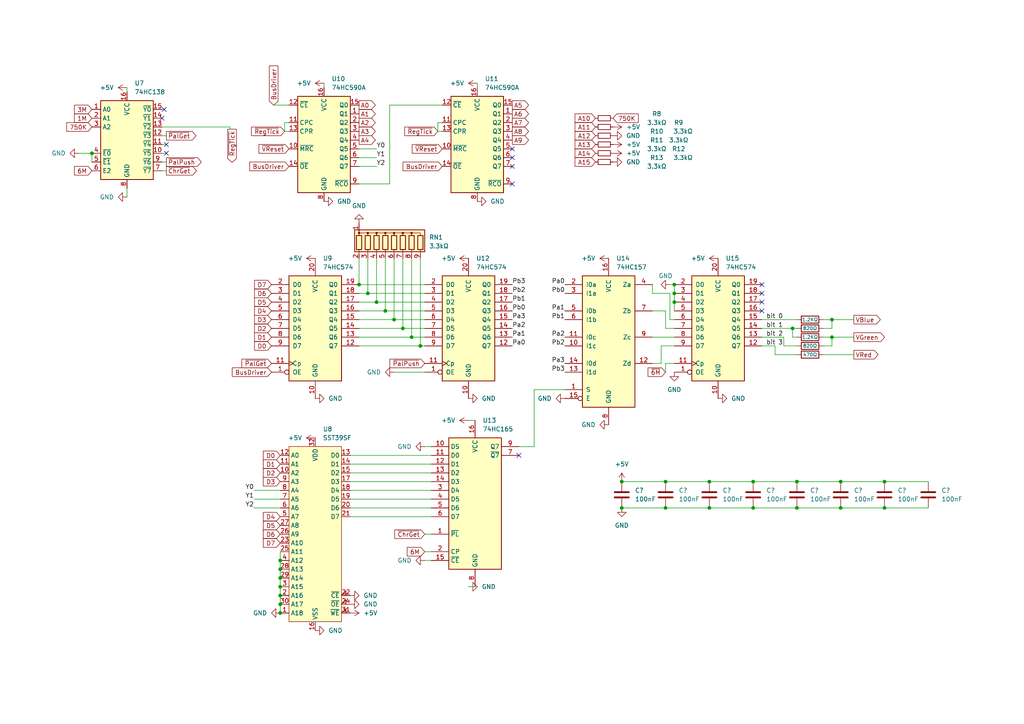
<source format=kicad_sch>
(kicad_sch (version 20230121) (generator eeschema)
  (paper "A4")
  (title_block (title "Video"))
  (lib_symbols
    (symbol "74xx:74HC138"
      (property "Reference" "U" (at -7.62 13.97 0))
      (property "Value" "74HC138" (at 2.54 -11.43 0))
      (symbol "74HC138_0_1"
        (rectangle (start -7.62 12.7) (end 7.62 -10.16) (stroke (width 0.254)) (fill (type background)))
      )
      (symbol "74HC138_1_1"
        (pin input line (at -10.16 10.16 0) (length 2.54) (name "A0") (number "1"))
        (pin output line (at 10.16 -2.54 180) (length 2.54) (name "~{Y5}") (number "10"))
        (pin output line (at 10.16 0 180) (length 2.54) (name "~{Y4}") (number "11"))
        (pin output line (at 10.16 2.54 180) (length 2.54) (name "~{Y3}") (number "12"))
        (pin output line (at 10.16 5.08 180) (length 2.54) (name "~{Y2}") (number "13"))
        (pin output line (at 10.16 7.62 180) (length 2.54) (name "~{Y1}") (number "14"))
        (pin output line (at 10.16 10.16 180) (length 2.54) (name "~{Y0}") (number "15"))
        (pin power_in line (at 0 15.24 270) (length 2.54) (name "VCC") (number "16"))
        (pin input line (at -10.16 7.62 0) (length 2.54) (name "A1") (number "2"))
        (pin input line (at -10.16 5.08 0) (length 2.54) (name "A2") (number "3"))
        (pin input line (at -10.16 -2.54 0) (length 2.54) (name "~{E0}") (number "4"))
        (pin input line (at -10.16 -5.08 0) (length 2.54) (name "~{E1}") (number "5"))
        (pin input line (at -10.16 -7.62 0) (length 2.54) (name "E2") (number "6"))
        (pin output line (at 10.16 -7.62 180) (length 2.54) (name "~{Y7}") (number "7"))
        (pin power_in line (at 0 -12.7 90) (length 2.54) (name "GND") (number "8"))
        (pin output line (at 10.16 -5.08 180) (length 2.54) (name "~{Y6}") (number "9"))
      )
    )
    (symbol "74xx:74HC165"
      (property "Reference" "U" (at -7.62 19.05 0))
      (property "Value" "74HC165" (at -7.62 -21.59 0))
      (symbol "74HC165_1_0"
        (pin input line (at -12.7 -10.16 0) (length 5.08) (name "~{PL}") (number "1"))
        (pin input line (at -12.7 15.24 0) (length 5.08) (name "DS") (number "10"))
        (pin input line (at -12.7 12.7 0) (length 5.08) (name "D0") (number "11"))
        (pin input line (at -12.7 10.16 0) (length 5.08) (name "D1") (number "12"))
        (pin input line (at -12.7 7.62 0) (length 5.08) (name "D2") (number "13"))
        (pin input line (at -12.7 5.08 0) (length 5.08) (name "D3") (number "14"))
        (pin input line (at -12.7 -17.78 0) (length 5.08) (name "~{CE}") (number "15"))
        (pin power_in line (at 0 22.86 270) (length 5.08) (name "VCC") (number "16"))
        (pin input line (at -12.7 -15.24 0) (length 5.08) (name "CP") (number "2"))
        (pin input line (at -12.7 2.54 0) (length 5.08) (name "D4") (number "3"))
        (pin input line (at -12.7 0 0) (length 5.08) (name "D5") (number "4"))
        (pin input line (at -12.7 -2.54 0) (length 5.08) (name "D6") (number "5"))
        (pin input line (at -12.7 -5.08 0) (length 5.08) (name "D7") (number "6"))
        (pin output line (at 12.7 12.7 180) (length 5.08) (name "~{Q7}") (number "7"))
        (pin power_in line (at 0 -25.4 90) (length 5.08) (name "GND") (number "8"))
        (pin output line (at 12.7 15.24 180) (length 5.08) (name "Q7") (number "9"))
      )
      (symbol "74HC165_1_1"
        (rectangle (start -7.62 17.78) (end 7.62 -20.32) (stroke (width 0.254)) (fill (type background)))
      )
    )
    (symbol "74xx:74HC590A"
      (property "Reference" "U" (at -7.62 16.51 0))
      (property "Value" "74HC590A" (at -7.62 -13.97 0))
      (symbol "74HC590A_1_0"
        (pin tri_state line (at 10.16 10.16 180) (length 2.54) (name "Q1") (number "1"))
        (pin input line (at -10.16 0 0) (length 2.54) (name "~{MRC}") (number "10"))
        (pin input line (at -10.16 7.62 0) (length 2.54) (name "CPC") (number "11"))
        (pin input line (at -10.16 12.7 0) (length 2.54) (name "~{CE}") (number "12"))
        (pin input line (at -10.16 5.08 0) (length 2.54) (name "CPR") (number "13"))
        (pin input line (at -10.16 -5.08 0) (length 2.54) (name "~{OE}") (number "14"))
        (pin tri_state line (at 10.16 12.7 180) (length 2.54) (name "Q0") (number "15"))
        (pin power_in line (at 0 17.78 270) (length 2.54) (name "VCC") (number "16"))
        (pin tri_state line (at 10.16 7.62 180) (length 2.54) (name "Q2") (number "2"))
        (pin tri_state line (at 10.16 5.08 180) (length 2.54) (name "Q3") (number "3"))
        (pin tri_state line (at 10.16 2.54 180) (length 2.54) (name "Q4") (number "4"))
        (pin tri_state line (at 10.16 0 180) (length 2.54) (name "Q5") (number "5"))
        (pin tri_state line (at 10.16 -2.54 180) (length 2.54) (name "Q6") (number "6"))
        (pin tri_state line (at 10.16 -5.08 180) (length 2.54) (name "Q7") (number "7"))
        (pin power_in line (at 0 -15.24 90) (length 2.54) (name "GND") (number "8"))
        (pin output line (at 10.16 -10.16 180) (length 2.54) (name "~{RCO}") (number "9"))
      )
      (symbol "74HC590A_1_1"
        (rectangle (start -7.62 15.24) (end 7.62 -12.7) (stroke (width 0.254)) (fill (type background)))
      )
    )
    (symbol "74xx:74HCT574" (pin_names (offset 1.016))
      (property "Reference" "U" (at -7.62 16.51 0))
      (property "Value" "74HCT574" (at -7.62 -16.51 0))
      (symbol "74HCT574_1_0"
        (pin input inverted (at -12.7 -12.7 0) (length 5.08) (name "OE") (number "1"))
        (pin power_in line (at 0 -20.32 90) (length 5.08) (name "GND") (number "10"))
        (pin input clock (at -12.7 -10.16 0) (length 5.08) (name "Cp") (number "11"))
        (pin tri_state line (at 12.7 -5.08 180) (length 5.08) (name "Q7") (number "12"))
        (pin tri_state line (at 12.7 -2.54 180) (length 5.08) (name "Q6") (number "13"))
        (pin tri_state line (at 12.7 0 180) (length 5.08) (name "Q5") (number "14"))
        (pin tri_state line (at 12.7 2.54 180) (length 5.08) (name "Q4") (number "15"))
        (pin tri_state line (at 12.7 5.08 180) (length 5.08) (name "Q3") (number "16"))
        (pin tri_state line (at 12.7 7.62 180) (length 5.08) (name "Q2") (number "17"))
        (pin tri_state line (at 12.7 10.16 180) (length 5.08) (name "Q1") (number "18"))
        (pin tri_state line (at 12.7 12.7 180) (length 5.08) (name "Q0") (number "19"))
        (pin input line (at -12.7 12.7 0) (length 5.08) (name "D0") (number "2"))
        (pin power_in line (at 0 20.32 270) (length 5.08) (name "VCC") (number "20"))
        (pin input line (at -12.7 10.16 0) (length 5.08) (name "D1") (number "3"))
        (pin input line (at -12.7 7.62 0) (length 5.08) (name "D2") (number "4"))
        (pin input line (at -12.7 5.08 0) (length 5.08) (name "D3") (number "5"))
        (pin input line (at -12.7 2.54 0) (length 5.08) (name "D4") (number "6"))
        (pin input line (at -12.7 0 0) (length 5.08) (name "D5") (number "7"))
        (pin input line (at -12.7 -2.54 0) (length 5.08) (name "D6") (number "8"))
        (pin input line (at -12.7 -5.08 0) (length 5.08) (name "D7") (number "9"))
      )
      (symbol "74HCT574_1_1"
        (rectangle (start -7.62 15.24) (end 7.62 -15.24) (stroke (width 0.254)) (fill (type background)))
      )
    )
    (symbol "74xx:74LS157" (pin_names (offset 1.016))
      (property "Reference" "U" (at -7.62 19.05 0))
      (property "Value" "74LS157" (at -7.62 -21.59 0))
      (symbol "74LS157_1_0"
        (pin input line (at -12.7 -15.24 0) (length 5.08) (name "S") (number "1"))
        (pin input line (at -12.7 -2.54 0) (length 5.08) (name "I1c") (number "10"))
        (pin input line (at -12.7 0 0) (length 5.08) (name "I0c") (number "11"))
        (pin output line (at 12.7 -7.62 180) (length 5.08) (name "Zd") (number "12"))
        (pin input line (at -12.7 -10.16 0) (length 5.08) (name "I1d") (number "13"))
        (pin input line (at -12.7 -7.62 0) (length 5.08) (name "I0d") (number "14"))
        (pin input inverted (at -12.7 -17.78 0) (length 5.08) (name "E") (number "15"))
        (pin power_in line (at 0 22.86 270) (length 5.08) (name "VCC") (number "16"))
        (pin input line (at -12.7 15.24 0) (length 5.08) (name "I0a") (number "2"))
        (pin input line (at -12.7 12.7 0) (length 5.08) (name "I1a") (number "3"))
        (pin output line (at 12.7 15.24 180) (length 5.08) (name "Za") (number "4"))
        (pin input line (at -12.7 7.62 0) (length 5.08) (name "I0b") (number "5"))
        (pin input line (at -12.7 5.08 0) (length 5.08) (name "I1b") (number "6"))
        (pin output line (at 12.7 7.62 180) (length 5.08) (name "Zb") (number "7"))
        (pin power_in line (at 0 -25.4 90) (length 5.08) (name "GND") (number "8"))
        (pin output line (at 12.7 0 180) (length 5.08) (name "Zc") (number "9"))
      )
      (symbol "74LS157_1_1"
        (rectangle (start -7.62 17.78) (end 7.62 -20.32) (stroke (width 0.254)) (fill (type background)))
      )
    )
    (symbol "Device:C" (pin_numbers hide) (pin_names (offset 0.254))
      (property "Reference" "C" (at 0.635 2.54 0))
      (property "Value" "C" (at 0.635 -2.54 0))
      (symbol "C_0_1"
        (polyline (pts (xy -2.032 -0.762) (xy 2.032 -0.762)) (stroke (width 0.508)))
        (polyline (pts (xy -2.032 0.762) (xy 2.032 0.762)) (stroke (width 0.508)))
      )
      (symbol "C_1_1"
        (pin passive line (at 0 3.81 270) (length 2.794) (name "~") (number "1"))
        (pin passive line (at 0 -3.81 90) (length 2.794) (name "~") (number "2"))
      )
    )
    (symbol "Device:R" (pin_numbers hide) (pin_names (offset 0))
      (property "Reference" "R" (at 2.032 0 90))
      (property "Value" "R" (at 0 0 90))
      (symbol "R_0_1"
        (rectangle (start -1.016 -2.54) (end 1.016 2.54) (stroke (width 0.254)))
      )
      (symbol "R_1_1"
        (pin passive line (at 0 3.81 270) (length 1.27) (name "~") (number "1"))
        (pin passive line (at 0 -3.81 90) (length 1.27) (name "~") (number "2"))
      )
    )
    (symbol "Device:R_Network08" (pin_names (offset 0) hide)
      (property "Reference" "RN" (at -12.7 0 90))
      (property "Value" "R_Network08" (at 10.16 0 90))
      (symbol "R_Network08_0_1"
        (rectangle (start -11.43 -3.175) (end 8.89 3.175) (stroke (width 0.254)) (fill (type background)))
        (rectangle (start -10.922 1.524) (end -9.398 -2.54) (stroke (width 0.254)))
        (circle (center -10.16 2.286) (radius 0.254) (fill (type outline)))
        (rectangle (start -8.382 1.524) (end -6.858 -2.54) (stroke (width 0.254)))
        (circle (center -7.62 2.286) (radius 0.254) (fill (type outline)))
        (rectangle (start -5.842 1.524) (end -4.318 -2.54) (stroke (width 0.254)))
        (circle (center -5.08 2.286) (radius 0.254) (fill (type outline)))
        (rectangle (start -3.302 1.524) (end -1.778 -2.54) (stroke (width 0.254)))
        (circle (center -2.54 2.286) (radius 0.254) (fill (type outline)))
        (rectangle (start -0.762 1.524) (end 0.762 -2.54) (stroke (width 0.254)))
        (polyline (pts (xy -10.16 -2.54) (xy -10.16 -3.81)))
        (polyline (pts (xy -7.62 -2.54) (xy -7.62 -3.81)))
        (polyline (pts (xy -5.08 -2.54) (xy -5.08 -3.81)))
        (polyline (pts (xy -2.54 -2.54) (xy -2.54 -3.81)))
        (polyline (pts (xy 0 -2.54) (xy 0 -3.81)))
        (polyline (pts (xy 2.54 -2.54) (xy 2.54 -3.81)))
        (polyline (pts (xy 5.08 -2.54) (xy 5.08 -3.81)))
        (polyline (pts (xy 7.62 -2.54) (xy 7.62 -3.81)))
        (polyline (pts (xy -10.16 1.524) (xy -10.16 2.286) (xy -7.62 2.286) (xy -7.62 1.524)))
        (polyline (pts (xy -7.62 1.524) (xy -7.62 2.286) (xy -5.08 2.286) (xy -5.08 1.524)))
        (polyline (pts (xy -5.08 1.524) (xy -5.08 2.286) (xy -2.54 2.286) (xy -2.54 1.524)))
        (polyline (pts (xy -2.54 1.524) (xy -2.54 2.286) (xy 0 2.286) (xy 0 1.524)))
        (polyline (pts (xy 0 1.524) (xy 0 2.286) (xy 2.54 2.286) (xy 2.54 1.524)))
        (polyline (pts (xy 2.54 1.524) (xy 2.54 2.286) (xy 5.08 2.286) (xy 5.08 1.524)))
        (polyline (pts (xy 5.08 1.524) (xy 5.08 2.286) (xy 7.62 2.286) (xy 7.62 1.524)))
        (circle (center 0 2.286) (radius 0.254) (fill (type outline)))
        (rectangle (start 1.778 1.524) (end 3.302 -2.54) (stroke (width 0.254)))
        (circle (center 2.54 2.286) (radius 0.254) (fill (type outline)))
        (rectangle (start 4.318 1.524) (end 5.842 -2.54) (stroke (width 0.254)))
        (circle (center 5.08 2.286) (radius 0.254) (fill (type outline)))
        (rectangle (start 6.858 1.524) (end 8.382 -2.54) (stroke (width 0.254)))
      )
      (symbol "R_Network08_1_1"
        (pin passive line (at -10.16 5.08 270) (length 2.54) (name "common") (number "1"))
        (pin passive line (at -10.16 -5.08 90) (length 1.27) (name "R1") (number "2"))
        (pin passive line (at -7.62 -5.08 90) (length 1.27) (name "R2") (number "3"))
        (pin passive line (at -5.08 -5.08 90) (length 1.27) (name "R3") (number "4"))
        (pin passive line (at -2.54 -5.08 90) (length 1.27) (name "R4") (number "5"))
        (pin passive line (at 0 -5.08 90) (length 1.27) (name "R5") (number "6"))
        (pin passive line (at 2.54 -5.08 90) (length 1.27) (name "R6") (number "7"))
        (pin passive line (at 5.08 -5.08 90) (length 1.27) (name "R7") (number "8"))
        (pin passive line (at 7.62 -5.08 90) (length 1.27) (name "R8") (number "9"))
      )
    )
    (symbol "Device:R_Small" (pin_numbers hide) (pin_names (offset 0.254) hide)
      (property "Reference" "R" (at 0.762 0.508 0))
      (property "Value" "R_Small" (at 0.762 -1.016 0))
      (symbol "R_Small_0_1"
        (rectangle (start -0.762 1.778) (end 0.762 -1.778) (stroke (width 0.2032)))
      )
      (symbol "R_Small_1_1"
        (pin passive line (at 0 2.54 270) (length 0.762) (name "~") (number "1"))
        (pin passive line (at 0 -2.54 90) (length 0.762) (name "~") (number "2"))
      )
    )
    (symbol "Memory_Lib:SST39SF040"
      (property "Reference" "U" (at 11.43 54.61 0))
      (property "Value" "SST39SF040" (at 19.05 52.07 0))
      (symbol "SST39SF040_1_1"
        (rectangle (start 0 50.8) (end 15.24 0) (fill (type background)))
        (pin input line (at -2.54 2.54 0) (length 2.54) (name "A18") (number "1"))
        (pin input line (at -2.54 43.18 0) (length 2.54) (name "A2") (number "10"))
        (pin input line (at -2.54 45.72 0) (length 2.54) (name "A1") (number "11"))
        (pin input line (at -2.54 48.26 0) (length 2.54) (name "A0") (number "12"))
        (pin bidirectional line (at 17.78 48.26 180) (length 2.54) (name "D0") (number "13"))
        (pin bidirectional line (at 17.78 45.72 180) (length 2.54) (name "D1") (number "14"))
        (pin bidirectional line (at 17.78 43.18 180) (length 2.54) (name "D2") (number "15"))
        (pin power_in line (at 7.62 -2.54 90) (length 2.54) (name "VSS") (number "16"))
        (pin bidirectional line (at 17.78 40.64 180) (length 2.54) (name "D3") (number "17"))
        (pin bidirectional line (at 17.78 38.1 180) (length 2.54) (name "D4") (number "18"))
        (pin bidirectional line (at 17.78 35.56 180) (length 2.54) (name "D5") (number "19"))
        (pin input line (at -2.54 7.62 0) (length 2.54) (name "A16") (number "2"))
        (pin bidirectional line (at 17.78 33.02 180) (length 2.54) (name "D6") (number "20"))
        (pin bidirectional line (at 17.78 30.48 180) (length 2.54) (name "D7") (number "21"))
        (pin input input_low (at 17.78 7.62 180) (length 2.54) (name "~{CE}") (number "22"))
        (pin input line (at -2.54 22.86 0) (length 2.54) (name "A10") (number "23"))
        (pin input input_low (at 17.78 5.08 180) (length 2.54) (name "~{OE}") (number "24"))
        (pin input line (at -2.54 20.32 0) (length 2.54) (name "A11") (number "25"))
        (pin input line (at -2.54 25.4 0) (length 2.54) (name "A9") (number "26"))
        (pin input line (at -2.54 27.94 0) (length 2.54) (name "A8") (number "27"))
        (pin input line (at -2.54 15.24 0) (length 2.54) (name "A13") (number "28"))
        (pin input line (at -2.54 12.7 0) (length 2.54) (name "A14") (number "29"))
        (pin input line (at -2.54 10.16 0) (length 2.54) (name "A15") (number "3"))
        (pin input line (at -2.54 5.08 0) (length 2.54) (name "A17") (number "30"))
        (pin input input_low (at 17.78 2.54 180) (length 2.54) (name "~{WE}") (number "31"))
        (pin power_in line (at 7.62 53.34 270) (length 2.54) (name "VDD") (number "32"))
        (pin input line (at -2.54 17.78 0) (length 2.54) (name "A12") (number "4"))
        (pin input line (at -2.54 30.48 0) (length 2.54) (name "A7") (number "5"))
        (pin input line (at -2.54 33.02 0) (length 2.54) (name "A6") (number "6"))
        (pin input line (at -2.54 35.56 0) (length 2.54) (name "A5") (number "7"))
        (pin input line (at -2.54 38.1 0) (length 2.54) (name "A4") (number "8"))
        (pin input line (at -2.54 40.64 0) (length 2.54) (name "A3") (number "9"))
      )
    )
    (symbol "power:+5V" (power) (pin_names (offset 0))
      (property "Value" "+5V" (at 0 3.556 0))
      (symbol "+5V_0_1"
        (polyline (pts (xy -0.762 1.27) (xy 0 2.54)))
        (polyline (pts (xy 0 0) (xy 0 2.54)))
        (polyline (pts (xy 0 2.54) (xy 0.762 1.27)))
      )
      (symbol "+5V_1_1"
        (pin power_in line (at 0 0 90) (length 0) hide (name "+5V") (number "1"))
      )
    )
    (symbol "power:GND" (power) (pin_names (offset 0))
      (property "Value" "GND" (at 0 -3.81 0))
      (symbol "GND_0_1"
        (polyline (pts (xy 0 0) (xy 0 -1.27) (xy 1.27 -1.27) (xy 0 -2.54) (xy -1.27 -1.27) (xy 0 -1.27)))
      )
      (symbol "GND_1_1"
        (pin power_in line (at 0 0 270) (length 0) hide (name "GND") (number "1"))
      )
    )
  )
  (junction (at 81.28 177.8))
  (junction (at 195.58 82.55))
  (junction (at 243.84 147.32))
  (junction (at 104.14 82.55))
  (junction (at 81.28 170.18))
  (junction (at 81.28 165.1))
  (junction (at 241.3 92.71))
  (junction (at 81.28 162.56))
  (junction (at 256.54 147.32))
  (junction (at 205.74 147.32))
  (junction (at 231.14 139.7))
  (junction (at 205.74 139.7))
  (junction (at 81.28 175.26))
  (junction (at 218.44 139.7))
  (junction (at 114.3 92.71))
  (junction (at 256.54 139.7))
  (junction (at 81.28 167.64))
  (junction (at 121.92 100.33))
  (junction (at 111.76 90.17))
  (junction (at 241.3 97.79))
  (junction (at 81.28 172.72))
  (junction (at 180.34 139.7))
  (junction (at 218.44 147.32))
  (junction (at 116.84 95.25))
  (junction (at 180.34 147.32))
  (junction (at 231.14 147.32))
  (junction (at 195.58 87.63))
  (junction (at 193.04 147.32))
  (junction (at 195.58 85.09))
  (junction (at 109.22 87.63))
  (junction (at 119.38 97.79))
  (junction (at 26.67 44.45))
  (junction (at 243.84 139.7))
  (junction (at 106.68 85.09))
  (junction (at 193.04 139.7))
  (junction (at 229.87 95.25))
  (no_connect (at 220.98 90.17))
  (no_connect (at 220.98 85.09))
  (no_connect (at 48.26 41.91))
  (no_connect (at 220.98 87.63))
  (no_connect (at 220.98 82.55))
  (no_connect (at 148.59 53.34))
  (no_connect (at 148.59 43.18))
  (no_connect (at 148.59 45.72))
  (no_connect (at 47.625 31.75))
  (no_connect (at 150.495 132.08))
  (no_connect (at 46.99 34.29))
  (no_connect (at 48.26 44.45))
  (no_connect (at 148.59 48.26))
  (wire (pts (xy 194.31 85.09) (xy 194.31 92.71)))
  (wire (pts (xy 195.58 82.55) (xy 195.58 85.09)))
  (wire (pts (xy 193.04 107.95) (xy 193.04 105.41)))
  (wire (pts (xy 81.28 160.02) (xy 81.28 162.56)))
  (wire (pts (xy 138.43 24.13) (xy 138.43 25.4)))
  (wire (pts (xy 218.44 147.32) (xy 231.14 147.32)))
  (wire (pts (xy 104.14 53.34) (xy 113.03 53.34)))
  (wire (pts (xy 231.14 97.79) (xy 229.87 97.79)))
  (wire (pts (xy 243.84 147.32) (xy 256.54 147.32)))
  (wire (pts (xy 106.68 85.09) (xy 104.14 85.09)))
  (wire (pts (xy 111.76 74.93) (xy 111.76 90.17)))
  (wire (pts (xy 238.76 95.25) (xy 241.3 95.25)))
  (wire (pts (xy 189.23 105.41) (xy 191.77 105.41)))
  (wire (pts (xy 111.76 90.17) (xy 104.14 90.17)))
  (wire (pts (xy 180.34 147.32) (xy 193.04 147.32)))
  (wire (pts (xy 125.095 154.94) (xy 123.19 154.94)))
  (wire (pts (xy 81.28 172.72) (xy 81.28 175.26)))
  (wire (pts (xy 66.675 36.83) (xy 46.99 36.83)))
  (wire (pts (xy 189.23 85.09) (xy 194.31 85.09)))
  (wire (pts (xy 121.92 100.33) (xy 104.14 100.33)))
  (wire (pts (xy 189.23 82.55) (xy 189.23 85.09)))
  (wire (pts (xy 218.44 139.7) (xy 231.14 139.7)))
  (wire (pts (xy 123.19 107.95) (xy 114.3 107.95)))
  (wire (pts (xy 238.76 92.71) (xy 241.3 92.71)))
  (wire (pts (xy 193.04 139.7) (xy 205.74 139.7)))
  (wire (pts (xy 101.6 149.86) (xy 125.095 149.86)))
  (wire (pts (xy 241.3 97.79) (xy 247.65 97.79)))
  (wire (pts (xy 195.58 87.63) (xy 195.58 90.17)))
  (wire (pts (xy 123.19 90.17) (xy 111.76 90.17)))
  (wire (pts (xy 101.6 144.78) (xy 125.095 144.78)))
  (wire (pts (xy 81.28 162.56) (xy 81.28 165.1)))
  (wire (pts (xy 227.33 100.33) (xy 231.14 100.33)))
  (wire (pts (xy 81.28 167.64) (xy 81.28 170.18)))
  (wire (pts (xy 66.675 37.465) (xy 67.31 37.465)))
  (wire (pts (xy 154.94 129.54) (xy 154.94 113.03)))
  (wire (pts (xy 81.28 165.1) (xy 81.28 167.64)))
  (wire (pts (xy 101.6 132.08) (xy 125.095 132.08)))
  (wire (pts (xy 191.77 100.33) (xy 195.58 100.33)))
  (wire (pts (xy 22.86 44.45) (xy 26.67 44.45)))
  (wire (pts (xy 195.58 95.25) (xy 193.04 95.25)))
  (wire (pts (xy 123.19 82.55) (xy 104.14 82.55)))
  (wire (pts (xy 125.095 162.56) (xy 123.19 162.56)))
  (wire (pts (xy 116.84 74.93) (xy 116.84 95.25)))
  (wire (pts (xy 220.98 92.71) (xy 231.14 92.71)))
  (wire (pts (xy 189.23 90.17) (xy 193.04 90.17)))
  (wire (pts (xy 79.375 30.48) (xy 83.82 30.48)))
  (wire (pts (xy 127 38.1) (xy 128.27 38.1)))
  (wire (pts (xy 154.94 113.03) (xy 163.83 113.03)))
  (wire (pts (xy 101.6 139.7) (xy 125.095 139.7)))
  (wire (pts (xy 73.66 147.32) (xy 81.28 147.32)))
  (wire (pts (xy 227.33 97.79) (xy 227.33 100.33)))
  (wire (pts (xy 109.22 43.18) (xy 104.14 43.18)))
  (wire (pts (xy 123.19 100.33) (xy 121.92 100.33)))
  (wire (pts (xy 81.28 175.26) (xy 81.28 177.8)))
  (wire (pts (xy 114.3 92.71) (xy 104.14 92.71)))
  (wire (pts (xy 180.34 139.7) (xy 193.04 139.7)))
  (wire (pts (xy 231.14 147.32) (xy 243.84 147.32)))
  (wire (pts (xy 125.095 129.54) (xy 123.19 129.54)))
  (wire (pts (xy 104.14 74.93) (xy 104.14 82.55)))
  (wire (pts (xy 220.98 97.79) (xy 227.33 97.79)))
  (wire (pts (xy 123.19 97.79) (xy 119.38 97.79)))
  (wire (pts (xy 106.68 74.93) (xy 106.68 85.09)))
  (wire (pts (xy 137.795 121.92) (xy 135.89 121.92)))
  (wire (pts (xy 241.3 92.71) (xy 241.3 95.25)))
  (wire (pts (xy 191.77 105.41) (xy 191.77 100.33)))
  (wire (pts (xy 73.66 142.24) (xy 81.28 142.24)))
  (wire (pts (xy 229.87 95.25) (xy 231.14 95.25)))
  (wire (pts (xy 241.3 92.71) (xy 247.65 92.71)))
  (wire (pts (xy 47.625 31.75) (xy 46.99 31.75)))
  (wire (pts (xy 48.26 46.99) (xy 46.99 46.99)))
  (wire (pts (xy 127 35.56) (xy 128.27 35.56)))
  (wire (pts (xy 123.19 92.71) (xy 114.3 92.71)))
  (wire (pts (xy 116.84 95.25) (xy 104.14 95.25)))
  (wire (pts (xy 36.83 25.4) (xy 36.83 26.67)))
  (wire (pts (xy 194.31 82.55) (xy 195.58 82.55)))
  (wire (pts (xy 48.26 44.45) (xy 46.99 44.45)))
  (wire (pts (xy 224.79 100.33) (xy 224.79 102.87)))
  (wire (pts (xy 224.79 102.87) (xy 231.14 102.87)))
  (wire (pts (xy 256.54 139.7) (xy 269.24 139.7)))
  (wire (pts (xy 150.495 129.54) (xy 154.94 129.54)))
  (wire (pts (xy 193.04 95.25) (xy 193.04 90.17)))
  (wire (pts (xy 127 35.56) (xy 127 38.1)))
  (wire (pts (xy 123.19 85.09) (xy 106.68 85.09)))
  (wire (pts (xy 121.92 74.93) (xy 121.92 100.33)))
  (wire (pts (xy 194.31 92.71) (xy 195.58 92.71)))
  (wire (pts (xy 36.83 57.15) (xy 36.83 54.61)))
  (wire (pts (xy 238.76 97.79) (xy 241.3 97.79)))
  (wire (pts (xy 48.26 39.37) (xy 46.99 39.37)))
  (wire (pts (xy 229.87 95.25) (xy 229.87 97.79)))
  (wire (pts (xy 125.095 160.02) (xy 123.19 160.02)))
  (wire (pts (xy 82.55 35.56) (xy 82.55 38.1)))
  (wire (pts (xy 82.55 38.1) (xy 83.82 38.1)))
  (wire (pts (xy 119.38 97.79) (xy 104.14 97.79)))
  (wire (pts (xy 113.03 30.48) (xy 128.27 30.48)))
  (wire (pts (xy 48.26 49.53) (xy 46.99 49.53)))
  (wire (pts (xy 66.675 37.465) (xy 66.675 36.83)))
  (wire (pts (xy 101.6 142.24) (xy 125.095 142.24)))
  (wire (pts (xy 114.3 74.93) (xy 114.3 92.71)))
  (wire (pts (xy 109.22 74.93) (xy 109.22 87.63)))
  (wire (pts (xy 26.67 44.45) (xy 26.67 46.99)))
  (wire (pts (xy 195.58 85.09) (xy 195.58 87.63)))
  (wire (pts (xy 101.6 134.62) (xy 125.095 134.62)))
  (wire (pts (xy 238.76 102.87) (xy 247.65 102.87)))
  (wire (pts (xy 238.76 100.33) (xy 241.3 100.33)))
  (wire (pts (xy 101.6 147.32) (xy 125.095 147.32)))
  (wire (pts (xy 48.26 41.91) (xy 46.99 41.91)))
  (wire (pts (xy 119.38 74.93) (xy 119.38 97.79)))
  (wire (pts (xy 82.55 35.56) (xy 83.82 35.56)))
  (wire (pts (xy 101.6 137.16) (xy 125.095 137.16)))
  (wire (pts (xy 220.98 95.25) (xy 229.87 95.25)))
  (wire (pts (xy 81.28 170.18) (xy 81.28 172.72)))
  (wire (pts (xy 205.74 139.7) (xy 218.44 139.7)))
  (wire (pts (xy 109.22 45.72) (xy 104.14 45.72)))
  (wire (pts (xy 231.14 139.7) (xy 243.84 139.7)))
  (wire (pts (xy 205.74 147.32) (xy 218.44 147.32)))
  (wire (pts (xy 137.795 170.18) (xy 135.89 170.18)))
  (wire (pts (xy 193.04 147.32) (xy 205.74 147.32)))
  (wire (pts (xy 189.23 97.79) (xy 195.58 97.79)))
  (wire (pts (xy 109.22 87.63) (xy 104.14 87.63)))
  (wire (pts (xy 123.19 95.25) (xy 116.84 95.25)))
  (wire (pts (xy 256.54 147.32) (xy 269.24 147.32)))
  (wire (pts (xy 73.66 144.78) (xy 81.28 144.78)))
  (wire (pts (xy 113.03 53.34) (xy 113.03 30.48)))
  (wire (pts (xy 193.04 105.41) (xy 195.58 105.41)))
  (wire (pts (xy 93.98 24.13) (xy 93.98 25.4)))
  (wire (pts (xy 241.3 100.33) (xy 241.3 97.79)))
  (wire (pts (xy 220.98 100.33) (xy 224.79 100.33)))
  (wire (pts (xy 243.84 139.7) (xy 256.54 139.7)))
  (wire (pts (xy 109.22 48.26) (xy 104.14 48.26)))
  (wire (pts (xy 123.19 87.63) (xy 109.22 87.63)))
  (label "Pa1" (at 148.59 97.79 0))
  (label "Y0" (at 73.66 142.24 180))
  (label "Pa2" (at 148.59 95.25 0))
  (label "bit 0" (at 222.25 92.71 0))
  (label "Pb0" (at 148.59 90.17 0))
  (label "Pb2" (at 148.59 85.09 0))
  (label "Pa3" (at 163.83 105.41 180))
  (label "Pb3" (at 163.83 107.95 180))
  (label "bit 2" (at 222.25 97.79 0))
  (label "Y1" (at 109.22 45.72 0))
  (label "bit 1" (at 222.25 95.25 0))
  (label "Pa2" (at 163.83 97.79 180))
  (label "Y0" (at 109.22 43.18 0))
  (label "Pa0" (at 148.59 100.33 0))
  (label "Pb0" (at 163.83 85.09 180))
  (label "Pb1" (at 148.59 87.63 0))
  (label "Y1" (at 73.66 144.78 180))
  (label "Y2" (at 73.66 147.32 180))
  (label "Pb1" (at 163.83 92.71 180))
  (label "Pa0" (at 163.83 82.55 180))
  (label "Pa3" (at 148.59 92.71 0))
  (label "Pb3" (at 148.59 82.55 0))
  (label "Pb2" (at 163.83 100.33 180))
  (label "Pa1" (at 163.83 90.17 180))
  (label "Y2" (at 109.22 48.26 0))
  (label "bit 3" (at 222.25 100.33 0))
  (global_label "A10" (shape input) (at 172.72 34.29 180) (property "Intersheetrefs" "${INTERSHEET_REFS}" (effects hide)))
  (global_label "BusDriver" (shape input) (at 79.375 30.48 90) (property "Intersheetrefs" "${INTERSHEET_REFS}" (effects hide)))
  (global_label "D4" (shape input) (at 78.74 90.17 180) (property "Intersheetrefs" "${INTERSHEET_REFS}" (effects hide)))
  (global_label "A4" (shape output) (at 104.14 40.64 0) (property "Intersheetrefs" "${INTERSHEET_REFS}" (effects hide)))
  (global_label "A14" (shape input) (at 172.72 44.45 180) (property "Intersheetrefs" "${INTERSHEET_REFS}" (effects hide)))
  (global_label "A0" (shape output) (at 104.14 30.48 0) (property "Intersheetrefs" "${INTERSHEET_REFS}" (effects hide)))
  (global_label "6M" (shape input) (at 26.67 49.53 180) (property "Intersheetrefs" "${INTERSHEET_REFS}" (effects hide)))
  (global_label "VGreen" (shape output) (at 247.65 97.79 0) (property "Intersheetrefs" "${INTERSHEET_REFS}" (effects hide)))
  (global_label "~{RegTick}" (shape input) (at 82.55 38.1 180) (property "Intersheetrefs" "${INTERSHEET_REFS}" (effects hide)))
  (global_label "~{PalPush}" (shape input) (at 123.19 105.41 180) (property "Intersheetrefs" "${INTERSHEET_REFS}" (effects hide)))
  (global_label "VRed" (shape output) (at 247.65 102.87 0) (property "Intersheetrefs" "${INTERSHEET_REFS}" (effects hide)))
  (global_label "BusDriver" (shape input) (at 128.27 48.26 180) (property "Intersheetrefs" "${INTERSHEET_REFS}" (effects hide)))
  (global_label "D3" (shape input) (at 78.74 92.71 180) (property "Intersheetrefs" "${INTERSHEET_REFS}" (effects hide)))
  (global_label "~{PalGet}" (shape output) (at 48.26 39.37 0) (property "Intersheetrefs" "${INTERSHEET_REFS}" (effects hide)))
  (global_label "D2" (shape input) (at 81.28 137.16 180) (property "Intersheetrefs" "${INTERSHEET_REFS}" (effects hide)))
  (global_label "A11" (shape input) (at 172.72 36.83 180) (property "Intersheetrefs" "${INTERSHEET_REFS}" (effects hide)))
  (global_label "~{VReset}" (shape input) (at 83.82 43.18 180) (property "Intersheetrefs" "${INTERSHEET_REFS}" (effects hide)))
  (global_label "~{RegTick}" (shape input) (at 127 38.1 180) (property "Intersheetrefs" "${INTERSHEET_REFS}" (effects hide)))
  (global_label "D4" (shape input) (at 81.28 149.86 180) (property "Intersheetrefs" "${INTERSHEET_REFS}" (effects hide)))
  (global_label "~{ChrGet}" (shape input) (at 123.19 154.94 180) (property "Intersheetrefs" "${INTERSHEET_REFS}" (effects hide)))
  (global_label "A9" (shape output) (at 148.59 40.64 0) (property "Intersheetrefs" "${INTERSHEET_REFS}" (effects hide)))
  (global_label "BusDriver" (shape input) (at 78.74 107.95 180) (property "Intersheetrefs" "${INTERSHEET_REFS}" (effects hide)))
  (global_label "D0" (shape input) (at 78.74 100.33 180) (property "Intersheetrefs" "${INTERSHEET_REFS}" (effects hide)))
  (global_label "D5" (shape input) (at 81.28 152.4 180) (property "Intersheetrefs" "${INTERSHEET_REFS}" (effects hide)))
  (global_label "1M" (shape input) (at 26.67 34.29 180) (property "Intersheetrefs" "${INTERSHEET_REFS}" (effects hide)))
  (global_label "A1" (shape output) (at 104.14 33.02 0) (property "Intersheetrefs" "${INTERSHEET_REFS}" (effects hide)))
  (global_label "D5" (shape input) (at 78.74 87.63 180) (property "Intersheetrefs" "${INTERSHEET_REFS}" (effects hide)))
  (global_label "D1" (shape input) (at 81.28 134.62 180) (property "Intersheetrefs" "${INTERSHEET_REFS}" (effects hide)))
  (global_label "A2" (shape output) (at 104.14 35.56 0) (property "Intersheetrefs" "${INTERSHEET_REFS}" (effects hide)))
  (global_label "D3" (shape input) (at 81.28 139.7 180) (property "Intersheetrefs" "${INTERSHEET_REFS}" (effects hide)))
  (global_label "A5" (shape output) (at 148.59 30.48 0) (property "Intersheetrefs" "${INTERSHEET_REFS}" (effects hide)))
  (global_label "D2" (shape input) (at 78.74 95.25 180) (property "Intersheetrefs" "${INTERSHEET_REFS}" (effects hide)))
  (global_label "D6" (shape input) (at 78.74 85.09 180) (property "Intersheetrefs" "${INTERSHEET_REFS}" (effects hide)))
  (global_label "~{PalPush}" (shape output) (at 48.26 46.99 0) (property "Intersheetrefs" "${INTERSHEET_REFS}" (effects hide)))
  (global_label "~{VReset}" (shape input) (at 128.27 43.18 180) (property "Intersheetrefs" "${INTERSHEET_REFS}" (effects hide)))
  (global_label "VBlue" (shape output) (at 247.65 92.71 0) (property "Intersheetrefs" "${INTERSHEET_REFS}" (effects hide)))
  (global_label "~{ChrGet}" (shape output) (at 48.26 49.53 0) (property "Intersheetrefs" "${INTERSHEET_REFS}" (effects hide)))
  (global_label "A6" (shape output) (at 148.59 33.02 0) (property "Intersheetrefs" "${INTERSHEET_REFS}" (effects hide)))
  (global_label "750K" (shape input) (at 26.67 36.83 180) (property "Intersheetrefs" "${INTERSHEET_REFS}" (effects hide)))
  (global_label "750K" (shape input) (at 177.8 34.29 0) (property "Intersheetrefs" "${INTERSHEET_REFS}" (effects hide)))
  (global_label "D7" (shape input) (at 78.74 82.55 180) (property "Intersheetrefs" "${INTERSHEET_REFS}" (effects hide)))
  (global_label "BusDriver" (shape input) (at 83.82 48.26 180) (property "Intersheetrefs" "${INTERSHEET_REFS}" (effects hide)))
  (global_label "~{6M}" (shape input) (at 193.04 107.95 180) (property "Intersheetrefs" "${INTERSHEET_REFS}" (effects hide)))
  (global_label "A12" (shape input) (at 172.72 39.37 180) (property "Intersheetrefs" "${INTERSHEET_REFS}" (effects hide)))
  (global_label "A8" (shape output) (at 148.59 38.1 0) (property "Intersheetrefs" "${INTERSHEET_REFS}" (effects hide)))
  (global_label "6M" (shape input) (at 123.19 160.02 180) (property "Intersheetrefs" "${INTERSHEET_REFS}" (effects hide)))
  (global_label "~{RegTick}" (shape output) (at 67.31 37.465 270) (property "Intersheetrefs" "${INTERSHEET_REFS}" (effects hide)))
  (global_label "~{PalGet}" (shape input) (at 78.74 105.41 180) (property "Intersheetrefs" "${INTERSHEET_REFS}" (effects hide)))
  (global_label "D7" (shape input) (at 81.28 157.48 180) (property "Intersheetrefs" "${INTERSHEET_REFS}" (effects hide)))
  (global_label "A13" (shape input) (at 172.72 41.91 180) (property "Intersheetrefs" "${INTERSHEET_REFS}" (effects hide)))
  (global_label "A15" (shape input) (at 172.72 46.99 180) (property "Intersheetrefs" "${INTERSHEET_REFS}" (effects hide)))
  (global_label "A7" (shape output) (at 148.59 35.56 0) (property "Intersheetrefs" "${INTERSHEET_REFS}" (effects hide)))
  (global_label "3M" (shape input) (at 26.67 31.75 180) (property "Intersheetrefs" "${INTERSHEET_REFS}" (effects hide)))
  (global_label "D0" (shape input) (at 81.28 132.08 180) (property "Intersheetrefs" "${INTERSHEET_REFS}" (effects hide)))
  (global_label "D1" (shape input) (at 78.74 97.79 180) (property "Intersheetrefs" "${INTERSHEET_REFS}" (effects hide)))
  (global_label "A3" (shape output) (at 104.14 38.1 0) (property "Intersheetrefs" "${INTERSHEET_REFS}" (effects hide)))
  (global_label "D6" (shape input) (at 81.28 154.94 180) (property "Intersheetrefs" "${INTERSHEET_REFS}" (effects hide)))
  (symbol (lib_id "power:GND") (at 208.28 115.57 90) (unit 1)
    (property "Reference" "#PWR015" (effects hide))
    (property "Value" "GND" (at 212.09 115.57 90) (effects (justify right)))
  )
  (symbol (lib_id "74xx:74HC165") (at 137.795 144.78 0) (unit 1)
    (property "Reference" "U13" (at 139.9891 121.92 0) (effects (justify left)))
    (property "Value" "74HC165" (at 139.9891 124.46 0) (effects (justify left)))
    (property "Footprint" "PCM_Package_DIP_AKL:DIP-16_W7.62mm_Socket_LongPads" (effects hide))
    (property "Datasheet" "https://assets.nexperia.com/documents/data-sheet/74HC_HCT165.pdf" (effects hide))
  )
  (symbol (lib_id "power:GND") (at 22.86 44.45 270) (unit 1)
    (property "Reference" "#PWR015" (effects hide))
    (property "Value" "GND" (at 19.05 44.45 90) (effects (justify right)))
  )
  (symbol (lib_id "74xx:74HCT574") (at 135.89 95.25 0) (unit 1)
    (property "Reference" "U12" (at 138.0841 74.93 0) (effects (justify left)))
    (property "Value" "74HC574" (at 138.0841 77.47 0) (effects (justify left)))
    (property "Footprint" "PCM_Package_DIP_AKL:DIP-20_W7.62mm_Socket_LongPads" (effects hide))
    (property "Datasheet" "http://www.ti.com/lit/gpn/sn74HCT574" (effects hide))
  )
  (symbol (lib_id "power:GND") (at 135.89 115.57 90) (unit 1)
    (property "Reference" "#PWR015" (effects hide))
    (property "Value" "GND" (at 139.7 115.57 90) (effects (justify right)))
  )
  (symbol (lib_id "Device:R_Small") (at 175.26 36.83 90) (unit 1)
    (property "Reference" "R9" (at 196.85 35.56 90))
    (property "Value" "3.3kΩ" (at 198.12 38.1 90))
    (property "Footprint" "Resistor_THT:R_Axial_DIN0204_L3.6mm_D1.6mm_P7.62mm_Horizontal" (effects hide))
  )
  (symbol (lib_id "74xx:74HCT574") (at 208.28 95.25 0) (unit 1)
    (property "Reference" "U15" (at 210.4741 74.93 0) (effects (justify left)))
    (property "Value" "74HC574" (at 210.4741 77.47 0) (effects (justify left)))
    (property "Footprint" "PCM_Package_DIP_AKL:DIP-20_W7.62mm_Socket_LongPads" (effects hide))
    (property "Datasheet" "http://www.ti.com/lit/gpn/sn74HCT574" (effects hide))
  )
  (symbol (lib_id "power:GND") (at 36.83 57.15 270) (unit 1)
    (property "Reference" "#PWR015" (effects hide))
    (property "Value" "GND" (at 33.02 57.15 90) (effects (justify right)))
  )
  (symbol (lib_id "power:+5V") (at 101.6 177.8 270) (unit 1)
    (property "Reference" "#PWR017" (effects hide))
    (property "Value" "+5V" (at 105.41 177.8 90) (effects (justify left)))
  )
  (symbol (lib_id "power:GND") (at 195.58 107.95 0) (unit 1)
    (property "Reference" "#PWR015" (effects hide))
    (property "Value" "GND" (at 195.58 113.03 0))
  )
  (symbol (lib_id "Device:C") (at 193.04 143.51 0) (unit 1)
    (property "Reference" "C?" (at 196.85 142.24 0) (effects (justify left)))
    (property "Value" "100nF" (at 196.85 144.78 0) (effects (justify left)))
    (property "Footprint" "Capacitor_THT:C_Disc_D3.0mm_W2.0mm_P2.50mm" (effects hide))
  )
  (symbol (lib_id "power:+5V") (at 135.89 74.93 90) (unit 1)
    (property "Reference" "#PWR017" (effects hide))
    (property "Value" "+5V" (at 132.08 74.93 90) (effects (justify left)))
  )
  (symbol (lib_id "74xx:74HCT574") (at 91.44 95.25 0) (unit 1)
    (property "Reference" "U9" (at 93.6341 74.93 0) (effects (justify left)))
    (property "Value" "74HC574" (at 93.6341 77.47 0) (effects (justify left)))
    (property "Footprint" "PCM_Package_DIP_AKL:DIP-20_W7.62mm_Socket_LongPads" (effects hide))
    (property "Datasheet" "http://www.ti.com/lit/gpn/sn74HCT574" (effects hide))
  )
  (symbol (lib_id "Device:C") (at 180.34 143.51 0) (unit 1)
    (property "Reference" "C?" (at 184.15 142.24 0) (effects (justify left)))
    (property "Value" "100nF" (at 184.15 144.78 0) (effects (justify left)))
    (property "Footprint" "Capacitor_THT:C_Disc_D3.0mm_W2.0mm_P2.50mm" (effects hide))
  )
  (symbol (lib_id "Device:C") (at 256.54 143.51 0) (unit 1)
    (property "Reference" "C?" (at 260.35 142.24 0) (effects (justify left)))
    (property "Value" "100nF" (at 260.35 144.78 0) (effects (justify left)))
    (property "Footprint" "Capacitor_THT:C_Disc_D3.0mm_W2.0mm_P2.50mm" (effects hide))
  )
  (symbol (lib_id "power:+5V") (at 135.89 121.92 90) (unit 1)
    (property "Reference" "#PWR017" (effects hide))
    (property "Value" "+5V" (at 132.08 121.92 90) (effects (justify left)))
  )
  (symbol (lib_id "power:GND") (at 163.83 115.57 270) (unit 1)
    (property "Reference" "#PWR015" (effects hide))
    (property "Value" "GND" (at 160.02 115.57 90) (effects (justify right)))
  )
  (symbol (lib_id "Device:C") (at 231.14 143.51 0) (unit 1)
    (property "Reference" "C?" (at 234.95 142.24 0) (effects (justify left)))
    (property "Value" "100nF" (at 234.95 144.78 0) (effects (justify left)))
    (property "Footprint" "Capacitor_THT:C_Disc_D3.0mm_W2.0mm_P2.50mm" (effects hide))
  )
  (symbol (lib_id "Device:C") (at 218.44 143.51 0) (unit 1)
    (property "Reference" "C?" (at 222.25 142.24 0) (effects (justify left)))
    (property "Value" "100nF" (at 222.25 144.78 0) (effects (justify left)))
    (property "Footprint" "Capacitor_THT:C_Disc_D3.0mm_W2.0mm_P2.50mm" (effects hide))
  )
  (symbol (lib_id "Device:R") (at 234.95 92.71 90) (unit 1)
    (property "Reference" "R14" (effects hide))
    (property "Value" "1.2KΩ" (at 234.95 92.71 90) (effects (font (size 1 1))))
    (property "Footprint" "Resistor_THT:R_Axial_DIN0204_L3.6mm_D1.6mm_P7.62mm_Horizontal" (effects hide))
  )
  (symbol (lib_id "Device:C") (at 243.84 143.51 0) (unit 1)
    (property "Reference" "C?" (at 247.65 142.24 0) (effects (justify left)))
    (property "Value" "100nF" (at 247.65 144.78 0) (effects (justify left)))
    (property "Footprint" "Capacitor_THT:C_Disc_D3.0mm_W2.0mm_P2.50mm" (effects hide))
  )
  (symbol (lib_id "Device:R") (at 234.95 97.79 90) (unit 1)
    (property "Reference" "R16" (effects hide))
    (property "Value" "1.2KΩ" (at 234.95 97.79 90) (effects (font (size 1 1))))
    (property "Footprint" "Resistor_THT:R_Axial_DIN0204_L3.6mm_D1.6mm_P7.62mm_Horizontal" (effects hide))
  )
  (symbol (lib_id "power:+5V") (at 177.8 41.91 270) (unit 1)
    (property "Reference" "#PWR017" (effects hide))
    (property "Value" "+5V" (at 181.61 41.91 90) (effects (justify left)))
  )
  (symbol (lib_id "power:GND") (at 177.8 46.99 90) (unit 1)
    (property "Reference" "#PWR015" (effects hide))
    (property "Value" "GND" (at 181.61 46.99 90) (effects (justify right)))
  )
  (symbol (lib_id "power:+5V") (at 208.28 74.93 90) (unit 1)
    (property "Reference" "#PWR017" (effects hide))
    (property "Value" "+5V" (at 204.47 74.93 90) (effects (justify left)))
  )
  (symbol (lib_id "power:+5V") (at 138.43 24.13 90) (unit 1)
    (property "Reference" "#PWR017" (effects hide))
    (property "Value" "+5V" (at 134.62 24.13 90) (effects (justify left)))
  )
  (symbol (lib_id "Device:R_Small") (at 175.26 39.37 90) (unit 1)
    (property "Reference" "R10" (at 190.5 38.1 90))
    (property "Value" "3.3kΩ" (at 196.85 40.64 90))
    (property "Footprint" "Resistor_THT:R_Axial_DIN0204_L3.6mm_D1.6mm_P7.62mm_Horizontal" (effects hide))
  )
  (symbol (lib_id "Device:R_Small") (at 175.26 41.91 90) (unit 1)
    (property "Reference" "R11" (at 190.5 40.64 90))
    (property "Value" "3.3kΩ" (at 190.5 43.18 90))
    (property "Footprint" "Resistor_THT:R_Axial_DIN0204_L3.6mm_D1.6mm_P7.62mm_Horizontal" (effects hide))
  )
  (symbol (lib_id "power:GND") (at 176.53 123.19 270) (unit 1)
    (property "Reference" "#PWR015" (effects hide))
    (property "Value" "GND" (at 172.72 123.19 90) (effects (justify right)))
  )
  (symbol (lib_id "power:GND") (at 135.89 170.18 90) (unit 1)
    (property "Reference" "#PWR015" (effects hide))
    (property "Value" "GND" (at 139.7 170.18 90) (effects (justify right)))
  )
  (symbol (lib_id "power:GND") (at 180.34 147.32 0) (unit 1)
    (property "Reference" "#PWR0135" (effects hide))
    (property "Value" "GND" (at 180.34 152.4 0))
  )
  (symbol (lib_id "power:GND") (at 123.19 129.54 270) (unit 1)
    (property "Reference" "#PWR015" (effects hide))
    (property "Value" "GND" (at 119.38 129.54 90) (effects (justify right)))
  )
  (symbol (lib_id "74xx:74HC590A") (at 93.98 43.18 0) (unit 1)
    (property "Reference" "U10" (at 96.1741 22.86 0) (effects (justify left)))
    (property "Value" "74HC590A" (at 96.1741 25.4 0) (effects (justify left)))
    (property "Footprint" "PCM_Package_DIP_AKL:DIP-16_W7.62mm_Socket_LongPads" (effects hide))
    (property "Datasheet" "http://www.ti.com/lit/ds/symlink/sn74hc590a.pdf" (effects hide))
  )
  (symbol (lib_id "power:GND") (at 91.44 115.57 90) (unit 1)
    (property "Reference" "#PWR015" (effects hide))
    (property "Value" "GND" (at 95.25 115.57 90) (effects (justify right)))
  )
  (symbol (lib_id "power:+5V") (at 180.34 139.7 0) (unit 1)
    (property "Reference" "#PWR0136" (effects hide))
    (property "Value" "+5V" (at 180.34 134.62 0))
  )
  (symbol (lib_id "power:GND") (at 177.8 39.37 90) (unit 1)
    (property "Reference" "#PWR015" (effects hide))
    (property "Value" "GND" (at 181.61 39.37 90) (effects (justify right)))
  )
  (symbol (lib_id "Device:R") (at 234.95 102.87 90) (unit 1)
    (property "Reference" "R18" (effects hide))
    (property "Value" "470Ω" (at 234.95 102.87 90) (effects (font (size 1 1))))
    (property "Footprint" "Resistor_THT:R_Axial_DIN0204_L3.6mm_D1.6mm_P7.62mm_Horizontal" (effects hide))
  )
  (symbol (lib_id "Device:R") (at 234.95 95.25 90) (unit 1)
    (property "Reference" "R15" (effects hide))
    (property "Value" "820Ω" (at 234.95 95.25 90) (effects (font (size 1 1))))
    (property "Footprint" "Resistor_THT:R_Axial_DIN0204_L3.6mm_D1.6mm_P7.62mm_Horizontal" (effects hide))
  )
  (symbol (lib_id "power:+5V") (at 36.83 25.4 90) (unit 1)
    (property "Reference" "#PWR017" (effects hide))
    (property "Value" "+5V" (at 33.02 25.4 90) (effects (justify left)))
  )
  (symbol (lib_id "Device:R_Small") (at 175.26 46.99 90) (unit 1)
    (property "Reference" "R13" (at 190.5 45.72 90))
    (property "Value" "3.3kΩ" (at 190.5 48.26 90))
    (property "Footprint" "Resistor_THT:R_Axial_DIN0204_L3.6mm_D1.6mm_P7.62mm_Horizontal" (effects hide))
  )
  (symbol (lib_id "power:+5V") (at 91.44 74.93 90) (unit 1)
    (property "Reference" "#PWR017" (effects hide))
    (property "Value" "+5V" (at 87.63 74.93 90) (effects (justify left)))
  )
  (symbol (lib_id "74xx:74HC590A") (at 138.43 43.18 0) (unit 1)
    (property "Reference" "U11" (at 140.6241 22.86 0) (effects (justify left)))
    (property "Value" "74HC590A" (at 140.6241 25.4 0) (effects (justify left)))
    (property "Footprint" "PCM_Package_DIP_AKL:DIP-16_W7.62mm_Socket_LongPads" (effects hide))
    (property "Datasheet" "http://www.ti.com/lit/ds/symlink/sn74hc590a.pdf" (effects hide))
  )
  (symbol (lib_id "power:+5V") (at 91.44 127 90) (unit 1)
    (property "Reference" "#PWR017" (effects hide))
    (property "Value" "+5V" (at 87.63 127 90) (effects (justify left)))
  )
  (symbol (lib_id "power:GND") (at 91.44 182.88 90) (unit 1)
    (property "Reference" "#PWR015" (effects hide))
    (property "Value" "GND" (at 95.25 182.88 90) (effects (justify right)))
  )
  (symbol (lib_id "Device:C") (at 269.24 143.51 0) (unit 1)
    (property "Reference" "C?" (at 273.05 142.24 0) (effects (justify left)))
    (property "Value" "100nF" (at 273.05 144.78 0) (effects (justify left)))
    (property "Footprint" "Capacitor_THT:C_Disc_D3.0mm_W2.0mm_P2.50mm" (effects hide))
  )
  (symbol (lib_id "power:GND") (at 101.6 172.72 90) (unit 1)
    (property "Reference" "#PWR015" (effects hide))
    (property "Value" "GND" (at 105.41 172.72 90) (effects (justify right)))
  )
  (symbol (lib_id "74xx:74LS157") (at 176.53 97.79 0) (unit 1)
    (property "Reference" "U14" (at 178.7241 74.93 0) (effects (justify left)))
    (property "Value" "74HC157" (at 178.7241 77.47 0) (effects (justify left)))
    (property "Footprint" "PCM_Package_DIP_AKL:DIP-16_W7.62mm_Socket_LongPads" (effects hide))
    (property "Datasheet" "http://www.ti.com/lit/gpn/sn74LS157" (effects hide))
  )
  (symbol (lib_id "power:GND") (at 101.6 175.26 90) (unit 1)
    (property "Reference" "#PWR015" (effects hide))
    (property "Value" "GND" (at 105.41 175.26 90) (effects (justify right)))
  )
  (symbol (lib_id "Memory_Lib:SST39SF040") (at 83.82 180.34 0) (unit 1)
    (property "Reference" "U8" (at 93.6341 124.46 0) (effects (justify left)))
    (property "Value" "SST39SF" (at 93.6341 127 0) (effects (justify left)))
    (property "Footprint" "PCM_Package_LCC_AKL:PLCC-32_THT-Socket" (effects hide))
    (property "Datasheet" "https://ww1.microchip.com/downloads/aemDocuments/documents/OTH/ProductDocuments/DataSheets/20005022C.pdf" (effects hide))
  )
  (symbol (lib_id "power:+5V") (at 177.8 44.45 270) (unit 1)
    (property "Reference" "#PWR017" (effects hide))
    (property "Value" "+5V" (at 181.61 44.45 90) (effects (justify left)))
  )
  (symbol (lib_id "Device:R_Network08") (at 114.3 69.85 0) (unit 1)
    (property "Reference" "RN1" (at 124.46 68.834 0) (effects (justify left)))
    (property "Value" "3.3kΩ" (at 124.46 71.374 0) (effects (justify left)))
    (property "Footprint" "Resistor_THT:R_Array_SIP9" (effects hide))
    (property "Datasheet" "http://www.vishay.com/docs/31509/csc.pdf" (effects hide))
  )
  (symbol (lib_id "74xx:74HC138") (at 36.83 41.91 0) (unit 1)
    (property "Reference" "U7" (at 39.0241 24.13 0) (effects (justify left)))
    (property "Value" "74HC138" (at 39.0241 26.67 0) (effects (justify left)))
    (property "Footprint" "PCM_Package_DIP_AKL:DIP-16_W7.62mm_Socket_LongPads" (effects hide))
    (property "Datasheet" "http://www.ti.com/lit/ds/symlink/cd74hc238.pdf" (effects hide))
  )
  (symbol (lib_id "Device:R_Small") (at 175.26 34.29 90) (unit 1)
    (property "Reference" "R8" (at 190.5 33.02 90))
    (property "Value" "3.3kΩ" (at 190.5 35.56 90))
    (property "Footprint" "Resistor_THT:R_Axial_DIN0204_L3.6mm_D1.6mm_P7.62mm_Horizontal" (effects hide))
  )
  (symbol (lib_id "power:GND") (at 104.14 64.77 180) (unit 1)
    (property "Reference" "#PWR015" (effects hide))
    (property "Value" "GND" (at 104.14 59.69 0))
  )
  (symbol (lib_id "power:+5V") (at 176.53 74.93 90) (unit 1)
    (property "Reference" "#PWR017" (effects hide))
    (property "Value" "+5V" (at 172.72 74.93 90) (effects (justify left)))
  )
  (symbol (lib_id "power:GND") (at 123.19 162.56 270) (unit 1)
    (property "Reference" "#PWR036" (effects hide))
    (property "Value" "GND" (at 119.38 162.56 90) (effects (justify right)))
  )
  (symbol (lib_id "power:GND") (at 114.3 107.95 270) (unit 1)
    (property "Reference" "#PWR015" (effects hide))
    (property "Value" "GND" (at 110.49 107.95 90) (effects (justify right)))
  )
  (symbol (lib_id "power:GND") (at 138.43 58.42 90) (unit 1)
    (property "Reference" "#PWR015" (effects hide))
    (property "Value" "GND" (at 142.24 58.42 90) (effects (justify right)))
  )
  (symbol (lib_id "power:GND") (at 93.98 58.42 90) (unit 1)
    (property "Reference" "#PWR015" (effects hide))
    (property "Value" "GND" (at 97.79 58.42 90) (effects (justify right)))
  )
  (symbol (lib_id "power:GND") (at 194.31 82.55 270) (unit 1)
    (property "Reference" "#PWR015" (effects hide))
    (property "Value" "GND" (at 193.04 80.01 90))
  )
  (symbol (lib_id "power:GND") (at 81.28 177.8 270) (unit 1)
    (property "Reference" "#PWR015" (effects hide))
    (property "Value" "GND" (at 77.47 177.8 90) (effects (justify right)))
  )
  (symbol (lib_id "power:+5V") (at 93.98 24.13 90) (unit 1)
    (property "Reference" "#PWR017" (effects hide))
    (property "Value" "+5V" (at 90.17 24.13 90) (effects (justify left)))
  )
  (symbol (lib_id "Device:R") (at 234.95 100.33 90) (unit 1)
    (property "Reference" "R17" (effects hide))
    (property "Value" "820Ω" (at 234.95 100.33 90) (effects (font (size 1 1))))
    (property "Footprint" "Resistor_THT:R_Axial_DIN0204_L3.6mm_D1.6mm_P7.62mm_Horizontal" (effects hide))
  )
  (symbol (lib_id "Device:C") (at 205.74 143.51 0) (unit 1)
    (property "Reference" "C?" (at 209.55 142.24 0) (effects (justify left)))
    (property "Value" "100nF" (at 209.55 144.78 0) (effects (justify left)))
    (property "Footprint" "Capacitor_THT:C_Disc_D3.0mm_W2.0mm_P2.50mm" (effects hide))
  )
  (symbol (lib_id "Device:R_Small") (at 175.26 44.45 90) (unit 1)
    (property "Reference" "R12" (at 196.85 43.18 90))
    (property "Value" "3.3kΩ" (at 198.12 45.72 90))
    (property "Footprint" "Resistor_THT:R_Axial_DIN0204_L3.6mm_D1.6mm_P7.62mm_Horizontal" (effects hide))
  )
  (symbol (lib_id "power:+5V") (at 177.8 36.83 270) (unit 1)
    (property "Reference" "#PWR017" (effects hide))
    (property "Value" "+5V" (at 181.61 36.83 90) (effects (justify left)))
  )
)
</source>
